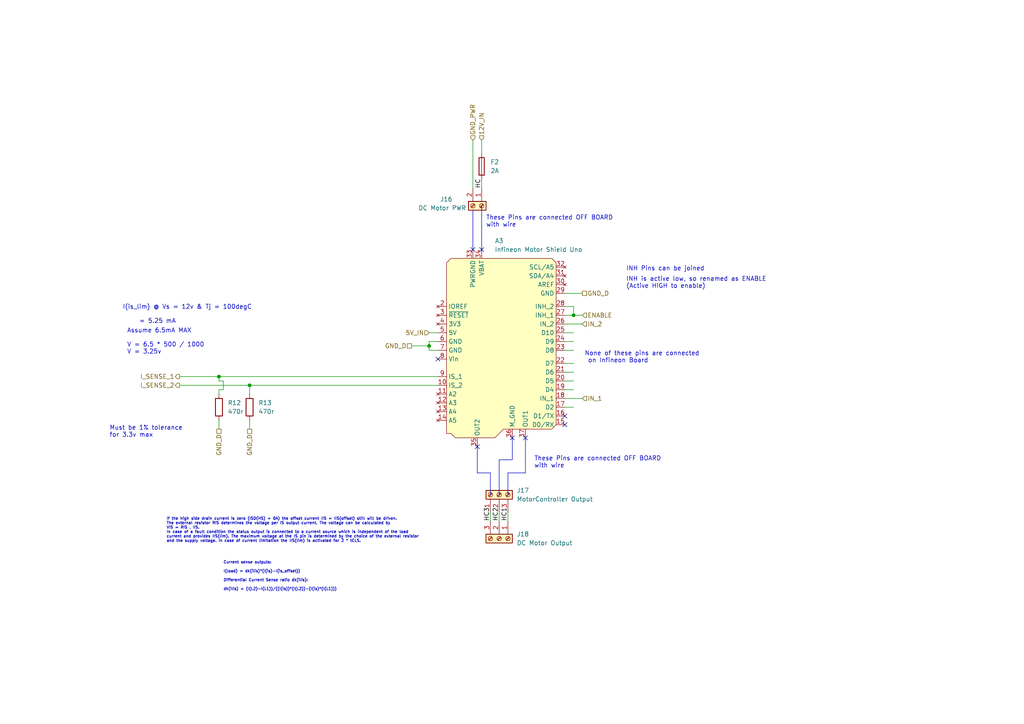
<source format=kicad_sch>
(kicad_sch (version 20230121) (generator eeschema)
  (paper "A4")
  (lib_symbols
    (symbol "000_Modules_Immo:Infineon Motor Shield MOD"
      (property "Reference" "A" (at 20.32 34.29 0))
      (property "Value" "Infineon Motor Shield MOD" (at 20.32 33.02 0))
      (symbol "Infineon Motor Shield MOD_0_1"
        (polyline (pts (xy -17.78 26.67) (xy -17.78 -22.86) (xy -16.51 -22.86) (xy -15.24 -24.13) (xy -3.81 -24.13) (xy -1.27 -21.59) (xy 12.7 -21.59) (xy 13.97 -20.32) (xy 13.97 26.67) (xy 12.7 27.94) (xy -16.51 27.94) (xy -17.78 26.67)) (fill (type background)))
      )
      (symbol "Infineon Motor Shield MOD_1_1"
        (pin no_connect line (at -20.32 16.51 0) (length 2.54) hide (name "NC") (number "1"))
        (pin input line (at -20.32 -8.89 0) (length 2.54) (name "IS_2") (number "10"))
        (pin no_connect line (at -20.32 -11.43 0) (length 2.54) (name "A2") (number "11"))
        (pin no_connect line (at -20.32 -13.97 0) (length 2.54) (name "A3") (number "12"))
        (pin no_connect line (at -20.32 -16.51 0) (length 2.54) (name "A4") (number "13"))
        (pin no_connect line (at -20.32 -19.05 0) (length 2.54) (name "A5") (number "14"))
        (pin bidirectional line (at 16.51 -20.32 180) (length 2.54) (name "D0/RX") (number "15"))
        (pin bidirectional line (at 16.51 -17.78 180) (length 2.54) (name "D1/TX") (number "16"))
        (pin bidirectional line (at 16.51 -15.24 180) (length 2.54) (name "D2") (number "17"))
        (pin bidirectional line (at 16.51 -12.7 180) (length 2.54) (name "IN_1") (number "18"))
        (pin bidirectional line (at 16.51 -10.16 180) (length 2.54) (name "D4") (number "19"))
        (pin no_connect line (at -20.32 13.97 0) (length 2.54) (name "IOREF") (number "2"))
        (pin bidirectional line (at 16.51 -7.62 180) (length 2.54) (name "D5") (number "20"))
        (pin bidirectional line (at 16.51 -5.08 180) (length 2.54) (name "D6") (number "21"))
        (pin bidirectional line (at 16.51 -2.54 180) (length 2.54) (name "D7") (number "22"))
        (pin bidirectional line (at 16.51 1.27 180) (length 2.54) (name "D8") (number "23"))
        (pin bidirectional line (at 16.51 3.81 180) (length 2.54) (name "D9") (number "24"))
        (pin bidirectional line (at 16.51 6.35 180) (length 2.54) (name "D10") (number "25"))
        (pin input line (at 16.51 8.89 180) (length 2.54) (name "IN_2") (number "26"))
        (pin input line (at 16.51 11.43 180) (length 2.54) (name "INH_1") (number "27"))
        (pin input line (at 16.51 13.97 180) (length 2.54) (name "INH_2") (number "28"))
        (pin power_in line (at 16.51 17.78 180) (length 2.54) (name "GND") (number "29"))
        (pin no_connect line (at -20.32 11.43 0) (length 2.54) (name "~{RESET}") (number "3"))
        (pin no_connect line (at 16.51 20.32 180) (length 2.54) (name "AREF") (number "30"))
        (pin no_connect line (at 16.51 22.86 180) (length 2.54) (name "SDA/A4") (number "31"))
        (pin no_connect line (at 16.51 25.4 180) (length 2.54) (name "SCL/A5") (number "32"))
        (pin power_in line (at -10.16 30.48 270) (length 2.54) (name "PWRGND") (number "33"))
        (pin power_in line (at -7.62 30.48 270) (length 2.54) (name "VBAT") (number "34"))
        (pin output line (at -8.89 -26.67 90) (length 2.54) (name "OUT2") (number "35"))
        (pin power_in line (at 1.27 -24.13 90) (length 2.54) (name "M_GND") (number "36"))
        (pin output line (at 5.08 -24.13 90) (length 2.54) (name "OUT1") (number "37"))
        (pin no_connect line (at -20.32 8.89 0) (length 2.54) (name "3V3") (number "4"))
        (pin input line (at -20.32 6.35 0) (length 2.54) (name "5V") (number "5"))
        (pin power_in line (at -20.32 3.81 0) (length 2.54) (name "GND") (number "6"))
        (pin power_in line (at -20.32 1.27 0) (length 2.54) (name "GND") (number "7"))
        (pin input line (at -20.32 -1.27 0) (length 2.54) (name "Vin") (number "8"))
        (pin input line (at -20.32 -6.35 0) (length 2.54) (name "IS_1") (number "9"))
      )
    )
    (symbol "000_Protection_Immo:Fuse" (pin_numbers hide) (pin_names (offset 0))
      (property "Reference" "F" (at 2.032 0 90))
      (property "Value" "Fuse" (at -1.905 0 90))
      (symbol "Fuse_0_1"
        (rectangle (start -0.762 -2.54) (end 0.762 2.54) (stroke (width 0.254)))
        (polyline (pts (xy 0 2.54) (xy 0 -2.54)))
      )
      (symbol "Fuse_1_1"
        (pin passive line (at 0 3.81 270) (length 1.27) (name "~") (number "1"))
        (pin passive line (at 0 -3.81 90) (length 1.27) (name "~") (number "2"))
      )
    )
    (symbol "000_Resistors_Immo:Resistor_0805" (pin_numbers hide) (pin_names (offset 0))
      (property "Reference" "R?" (at -2.54 3.81 0))
      (property "Value" "Resistor_0805" (at -5.08 2.54 0))
      (symbol "Resistor_0805_0_1"
        (rectangle (start 2.54 -1.016) (end -2.54 1.016) (stroke (width 0.254)))
      )
      (symbol "Resistor_0805_1_1"
        (pin passive line (at -3.81 0 0) (length 1.27) (name "~") (number "1"))
        (pin passive line (at 3.81 0 180) (length 1.27) (name "~") (number "2"))
      )
    )
    (symbol "Connector:Screw_Terminal_01x02" (pin_names (offset 1.016) hide)
      (property "Reference" "J" (at 0 2.54 0))
      (property "Value" "Screw_Terminal_01x02" (at 0 -5.08 0))
      (symbol "Screw_Terminal_01x02_1_1"
        (rectangle (start -1.27 1.27) (end 1.27 -3.81) (stroke (width 0.254)) (fill (type background)))
        (circle (center 0 -2.54) (radius 0.635) (stroke (width 0.1524)))
        (polyline (pts (xy -0.5334 -2.2098) (xy 0.3302 -3.048)) (stroke (width 0.1524)))
        (polyline (pts (xy -0.5334 0.3302) (xy 0.3302 -0.508)) (stroke (width 0.1524)))
        (polyline (pts (xy -0.3556 -2.032) (xy 0.508 -2.8702)) (stroke (width 0.1524)))
        (polyline (pts (xy -0.3556 0.508) (xy 0.508 -0.3302)) (stroke (width 0.1524)))
        (circle (center 0 0) (radius 0.635) (stroke (width 0.1524)))
        (pin passive line (at -5.08 0 0) (length 3.81) (name "Pin_1") (number "1"))
        (pin passive line (at -5.08 -2.54 0) (length 3.81) (name "Pin_2") (number "2"))
      )
    )
    (symbol "Connector:Screw_Terminal_01x03" (pin_names (offset 1.016) hide)
      (property "Reference" "J" (at 0 5.08 0))
      (property "Value" "Screw_Terminal_01x03" (at 0 -5.08 0))
      (symbol "Screw_Terminal_01x03_1_1"
        (rectangle (start -1.27 3.81) (end 1.27 -3.81) (stroke (width 0.254)) (fill (type background)))
        (circle (center 0 -2.54) (radius 0.635) (stroke (width 0.1524)))
        (polyline (pts (xy -0.5334 -2.2098) (xy 0.3302 -3.048)) (stroke (width 0.1524)))
        (polyline (pts (xy -0.5334 0.3302) (xy 0.3302 -0.508)) (stroke (width 0.1524)))
        (polyline (pts (xy -0.5334 2.8702) (xy 0.3302 2.032)) (stroke (width 0.1524)))
        (polyline (pts (xy -0.3556 -2.032) (xy 0.508 -2.8702)) (stroke (width 0.1524)))
        (polyline (pts (xy -0.3556 0.508) (xy 0.508 -0.3302)) (stroke (width 0.1524)))
        (polyline (pts (xy -0.3556 3.048) (xy 0.508 2.2098)) (stroke (width 0.1524)))
        (circle (center 0 0) (radius 0.635) (stroke (width 0.1524)))
        (circle (center 0 2.54) (radius 0.635) (stroke (width 0.1524)))
        (pin passive line (at -5.08 2.54 0) (length 3.81) (name "Pin_1") (number "1"))
        (pin passive line (at -5.08 0 0) (length 3.81) (name "Pin_2") (number "2"))
        (pin passive line (at -5.08 -2.54 0) (length 3.81) (name "Pin_3") (number "3"))
      )
    )
  )
  (junction (at 166.37 91.44))
  (junction (at 72.39 111.76))
  (junction (at 124.46 100.33))
  (junction (at 63.5 109.22))
  (no_connect (at 127 104.14))
  (no_connect (at 152.4 127))
  (no_connect (at 148.59 127))
  (no_connect (at 137.16 72.39))
  (no_connect (at 139.7 72.39))
  (no_connect (at 138.43 129.54))
  (no_connect (at 163.83 120.65))
  (no_connect (at 163.83 123.19))
  (wire (pts (xy 163.83 113.03) (xy 166.37 113.03)))
  (wire (pts (xy 137.16 40.64) (xy 137.16 54.61)))
  (polyline (pts (xy 138.43 137.16) (xy 142.24 137.16)))
  (wire (pts (xy 166.37 88.9) (xy 166.37 91.44)))
  (wire (pts (xy 72.39 111.76) (xy 72.39 114.3)))
  (polyline (pts (xy 148.59 133.35) (xy 144.78 133.35)))
  (wire (pts (xy 147.32 148.59) (xy 147.32 151.13)))
  (wire (pts (xy 63.5 109.22) (xy 127 109.22)))
  (wire (pts (xy 63.5 113.03) (xy 64.77 113.03)))
  (polyline (pts (xy 148.59 127) (xy 148.59 133.35)))
  (wire (pts (xy 163.83 115.57) (xy 168.91 115.57)))
  (wire (pts (xy 119.38 100.33) (xy 124.46 100.33)))
  (wire (pts (xy 127 101.6) (xy 124.46 101.6)))
  (wire (pts (xy 163.83 88.9) (xy 166.37 88.9)))
  (wire (pts (xy 163.83 118.11) (xy 166.37 118.11)))
  (wire (pts (xy 144.78 148.59) (xy 144.78 151.13)))
  (wire (pts (xy 163.83 91.44) (xy 166.37 91.44)))
  (polyline (pts (xy 138.43 129.54) (xy 138.43 137.16)))
  (polyline (pts (xy 137.16 60.96) (xy 137.16 72.39)))
  (polyline (pts (xy 144.78 133.35) (xy 144.78 143.51)))
  (wire (pts (xy 72.39 111.76) (xy 127 111.76)))
  (wire (pts (xy 142.24 148.59) (xy 142.24 151.13)))
  (wire (pts (xy 163.83 99.06) (xy 166.37 99.06)))
  (wire (pts (xy 63.5 110.49) (xy 64.77 110.49)))
  (wire (pts (xy 163.83 96.52) (xy 166.37 96.52)))
  (wire (pts (xy 72.39 121.92) (xy 72.39 124.46)))
  (wire (pts (xy 63.5 113.03) (xy 63.5 114.3)))
  (wire (pts (xy 166.37 91.44) (xy 168.91 91.44)))
  (wire (pts (xy 63.5 109.22) (xy 63.5 110.49)))
  (wire (pts (xy 52.07 109.22) (xy 63.5 109.22)))
  (wire (pts (xy 168.91 85.09) (xy 163.83 85.09)))
  (polyline (pts (xy 152.4 127) (xy 152.4 137.16)))
  (wire (pts (xy 124.46 99.06) (xy 127 99.06)))
  (wire (pts (xy 64.77 113.03) (xy 64.77 110.49)))
  (wire (pts (xy 139.7 52.07) (xy 139.7 54.61)))
  (wire (pts (xy 124.46 101.6) (xy 124.46 100.33)))
  (wire (pts (xy 124.46 96.52) (xy 127 96.52)))
  (polyline (pts (xy 147.32 137.16) (xy 147.32 143.51)))
  (wire (pts (xy 63.5 121.92) (xy 63.5 124.46)))
  (polyline (pts (xy 142.24 137.16) (xy 142.24 143.51)))
  (wire (pts (xy 163.83 110.49) (xy 166.37 110.49)))
  (wire (pts (xy 52.07 111.76) (xy 72.39 111.76)))
  (wire (pts (xy 163.83 101.6) (xy 166.37 101.6)))
  (polyline (pts (xy 139.7 59.69) (xy 139.7 72.39)))
  (wire (pts (xy 124.46 100.33) (xy 124.46 99.06)))
  (wire (pts (xy 163.83 105.41) (xy 166.37 105.41)))
  (polyline (pts (xy 152.4 137.16) (xy 147.32 137.16)))
  (wire (pts (xy 163.83 93.98) (xy 168.91 93.98)))
  (wire (pts (xy 163.83 107.95) (xy 166.37 107.95)))
  (wire (pts (xy 139.7 40.64) (xy 139.7 44.45)))
  (text "If the high side drain current is zero (ISD(HS) = 0A) the offset current IIS = IIS(offset) still will be driven.\nThe external resistor RIS determines the voltage per IS output current. The voltage can be calculated by\nVIS = RIS . IIS.\nIn case of a fault condition the status output is connected to a current source which is independent of the load\ncurrent and provides IIS(lim). The maximum voltage at the IS pin is determined by the choice of the external resistor\nand the supply voltage. In case of current limitation the IIS(lim) is activated for 2 * tCLS." (at 48.26 157.48 0) (effects (font (size 0.8 0.8)) (justify left bottom)))
  (text "Current sense outputs:\n\nI(load) = dk(ilis)*(I(is)-I(is_offset))\n\nDifferential Current Sense ratio dk(ilis):\n\ndk(ilis) = (I(L2)-I(L1))/((I(is))*(I(L2))-(I(is)*(I(L1)))" (at 64.77 171.45 0) (effects (font (size 0.8 0.8)) (justify left bottom)))
  (text "Assume 6.5mA MAX\n\nV = 6.5 * 500 / 1000\nV = 3.25v" (at 36.83 102.87 0) (effects (font (size 1.27 1.27)) (justify left bottom)))
  (text "These Pins are connected OFF BOARD\nwith wire" (at 154.94 135.89 0) (effects (font (size 1.27 1.27)) (justify left bottom)))
  (text "Must be 1% tolerance\nfor 3.3v max" (at 31.75 127 0) (effects (font (size 1.27 1.27)) (justify left bottom)))
  (text "INH is active low, so renamed as ENABLE \n(Active HIGH to enable)" (at 181.61 83.82 0) (effects (font (size 1.27 1.27)) (justify left bottom)))
  (text "I(is_lim) @ Vs = 12v & Tj = 100degC\n\n	= 5.25 mA" (at 35.56 93.98 0) (effects (font (size 1.27 1.27)) (justify left bottom)))
  (text "These Pins are connected OFF BOARD\nwith wire" (at 140.97 66.04 0) (effects (font (size 1.27 1.27)) (justify left bottom)))
  (text "INH Pins can be joined" (at 181.61 78.74 0) (effects (font (size 1.27 1.27)) (justify left bottom)))
  (text "None of these pins are connected\n on Infineon Board" (at 169.545 105.41 0) (effects (font (size 1.27 1.27)) (justify left bottom)))
  (label "HC1" (at 147.32 151.13 90))
  (label "HC3" (at 142.24 151.13 90))
  (label "HC" (at 139.7 54.61 90))
  (label "HC2" (at 144.78 151.13 90))
  (hierarchical_label "IN_1" (shape input) (at 168.91 115.57 0))
  (hierarchical_label "GND_D" (shape passive) (at 119.38 100.33 180))
  (hierarchical_label "I_SENSE_2" (shape output) (at 52.07 111.76 180))
  (hierarchical_label "ENABLE" (shape input) (at 168.91 91.44 0))
  (hierarchical_label "IN_2" (shape input) (at 168.91 93.98 0))
  (hierarchical_label "GND_D" (shape passive) (at 168.91 85.09 0))
  (hierarchical_label "GND_D" (shape passive) (at 63.5 124.46 270))
  (hierarchical_label "12V_IN" (shape input) (at 139.7 40.64 90))
  (hierarchical_label "GND_PWR" (shape input) (at 137.16 40.64 90))
  (hierarchical_label "5V_IN" (shape input) (at 124.46 96.52 180))
  (hierarchical_label "GND_D" (shape passive) (at 72.39 124.46 270))
  (hierarchical_label "I_SENSE_1" (shape output) (at 52.07 109.22 180))
  (symbol (lib_id "000_Modules_Immo:Infineon Motor Shield MOD") (at 147.32 102.87 0) (unit 1)
    (property "Reference" "A3" (at 144.78 69.85 0))
    (property "Value" "Infineon Motor Shield Uno" (at 156.21 72.39 0))
    (property "Footprint" "Module:Infineon Motor Sheild hiddenPins" (effects hide))
    (property "Datasheet" "https://docs.rs-online.com/91cb/0900766b81490d99.pdf" (effects hide))
  )
  (symbol (lib_id "000_Resistors_Immo:Resistor_0805") (at 63.5 118.11 90) (unit 1)
    (property "Reference" "R12" (at 66.04 116.8399 90) (effects (justify right)))
    (property "Value" "470r" (at 66.04 119.3799 90) (effects (justify right)))
    (property "Footprint" "Resistor_SMD:R_0805_2012Metric_Pad1.20x1.40mm_HandSolder" (effects hide))
  )
  (symbol (lib_id "Connector:Screw_Terminal_01x03") (at 144.78 143.51 90) (unit 1)
    (property "Reference" "J17" (at 149.86 142.2399 90) (effects (justify right)))
    (property "Value" "MotorController Output" (at 149.86 144.7799 90) (effects (justify right)))
    (property "Footprint" "TerminalBlock:TerminalBlock_Altech_AK300-3_P5.00mm" (effects hide))
  )
  (symbol (lib_id "000_Resistors_Immo:Resistor_0805") (at 72.39 118.11 90) (unit 1)
    (property "Reference" "R13" (at 74.93 116.8399 90) (effects (justify right)))
    (property "Value" "470r" (at 74.93 119.3799 90) (effects (justify right)))
    (property "Footprint" "Resistor_SMD:R_0805_2012Metric_Pad1.20x1.40mm_HandSolder" (effects hide))
  )
  (symbol (lib_id "Connector:Screw_Terminal_01x02") (at 139.7 59.69 270) (unit 1)
    (property "Reference" "J16" (at 127.635 57.785 90) (effects (justify left)))
    (property "Value" "DC Motor PWR" (at 121.285 60.325 90) (effects (justify left)))
    (property "Footprint" "TerminalBlock:TerminalBlock_Altech_AK300-2_P5.00mm" (effects hide))
  )
  (symbol (lib_id "Connector:Screw_Terminal_01x03") (at 144.78 156.21 270) (unit 1)
    (property "Reference" "J18" (at 149.86 154.9399 90) (effects (justify left)))
    (property "Value" "DC Motor Output" (at 149.86 157.48 90) (effects (justify left)))
    (property "Footprint" "TerminalBlock:TerminalBlock_Altech_AK300-3_P5.00mm" (effects hide))
  )
  (symbol (lib_id "000_Protection_Immo:Fuse") (at 139.7 48.26 0) (unit 1)
    (property "Reference" "F2" (at 142.24 46.9899 0) (effects (justify left)))
    (property "Value" "2A" (at 142.24 49.5299 0) (effects (justify left)))
    (property "Footprint" "Fuse:Fuseholder_Cylinder-5x20mm_Stelvio-Kontek_PTF78_Horizontal_Open" (effects hide))
  )
)
</source>
